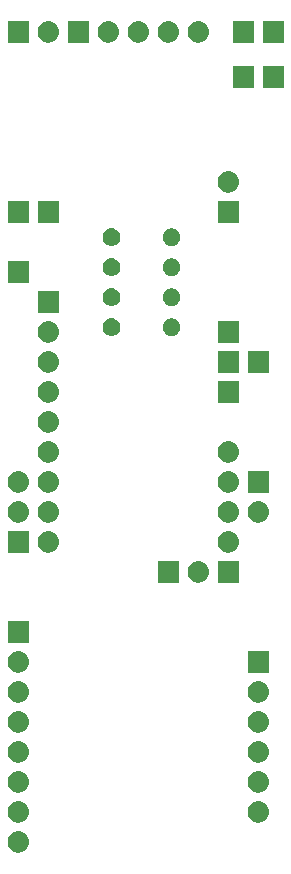
<source format=gbr>
G04 #@! TF.GenerationSoftware,KiCad,Pcbnew,(5.0.2)-1*
G04 #@! TF.CreationDate,2020-07-01T14:38:25-04:00*
G04 #@! TF.ProjectId,PCB2,50434232-2e6b-4696-9361-645f70636258,rev?*
G04 #@! TF.SameCoordinates,Original*
G04 #@! TF.FileFunction,Soldermask,Top*
G04 #@! TF.FilePolarity,Negative*
%FSLAX46Y46*%
G04 Gerber Fmt 4.6, Leading zero omitted, Abs format (unit mm)*
G04 Created by KiCad (PCBNEW (5.0.2)-1) date 7/1/2020 2:38:25 PM*
%MOMM*%
%LPD*%
G01*
G04 APERTURE LIST*
%ADD10C,0.100000*%
G04 APERTURE END LIST*
D10*
G36*
X116950442Y-138805518D02*
X117016627Y-138812037D01*
X117129853Y-138846384D01*
X117186467Y-138863557D01*
X117325087Y-138937652D01*
X117342991Y-138947222D01*
X117378729Y-138976552D01*
X117480186Y-139059814D01*
X117563448Y-139161271D01*
X117592778Y-139197009D01*
X117592779Y-139197011D01*
X117676443Y-139353533D01*
X117676443Y-139353534D01*
X117727963Y-139523373D01*
X117745359Y-139700000D01*
X117727963Y-139876627D01*
X117693616Y-139989853D01*
X117676443Y-140046467D01*
X117602348Y-140185087D01*
X117592778Y-140202991D01*
X117563448Y-140238729D01*
X117480186Y-140340186D01*
X117378729Y-140423448D01*
X117342991Y-140452778D01*
X117342989Y-140452779D01*
X117186467Y-140536443D01*
X117129853Y-140553616D01*
X117016627Y-140587963D01*
X116950442Y-140594482D01*
X116884260Y-140601000D01*
X116795740Y-140601000D01*
X116729558Y-140594482D01*
X116663373Y-140587963D01*
X116550147Y-140553616D01*
X116493533Y-140536443D01*
X116337011Y-140452779D01*
X116337009Y-140452778D01*
X116301271Y-140423448D01*
X116199814Y-140340186D01*
X116116552Y-140238729D01*
X116087222Y-140202991D01*
X116077652Y-140185087D01*
X116003557Y-140046467D01*
X115986384Y-139989853D01*
X115952037Y-139876627D01*
X115934641Y-139700000D01*
X115952037Y-139523373D01*
X116003557Y-139353534D01*
X116003557Y-139353533D01*
X116087221Y-139197011D01*
X116087222Y-139197009D01*
X116116552Y-139161271D01*
X116199814Y-139059814D01*
X116301271Y-138976552D01*
X116337009Y-138947222D01*
X116354913Y-138937652D01*
X116493533Y-138863557D01*
X116550147Y-138846384D01*
X116663373Y-138812037D01*
X116729558Y-138805518D01*
X116795740Y-138799000D01*
X116884260Y-138799000D01*
X116950442Y-138805518D01*
X116950442Y-138805518D01*
G37*
G36*
X137270443Y-136265519D02*
X137336627Y-136272037D01*
X137449853Y-136306384D01*
X137506467Y-136323557D01*
X137645087Y-136397652D01*
X137662991Y-136407222D01*
X137698729Y-136436552D01*
X137800186Y-136519814D01*
X137883448Y-136621271D01*
X137912778Y-136657009D01*
X137912779Y-136657011D01*
X137996443Y-136813533D01*
X137996443Y-136813534D01*
X138047963Y-136983373D01*
X138065359Y-137160000D01*
X138047963Y-137336627D01*
X138013616Y-137449853D01*
X137996443Y-137506467D01*
X137922348Y-137645087D01*
X137912778Y-137662991D01*
X137883448Y-137698729D01*
X137800186Y-137800186D01*
X137698729Y-137883448D01*
X137662991Y-137912778D01*
X137662989Y-137912779D01*
X137506467Y-137996443D01*
X137449853Y-138013616D01*
X137336627Y-138047963D01*
X137270442Y-138054482D01*
X137204260Y-138061000D01*
X137115740Y-138061000D01*
X137049558Y-138054482D01*
X136983373Y-138047963D01*
X136870147Y-138013616D01*
X136813533Y-137996443D01*
X136657011Y-137912779D01*
X136657009Y-137912778D01*
X136621271Y-137883448D01*
X136519814Y-137800186D01*
X136436552Y-137698729D01*
X136407222Y-137662991D01*
X136397652Y-137645087D01*
X136323557Y-137506467D01*
X136306384Y-137449853D01*
X136272037Y-137336627D01*
X136254641Y-137160000D01*
X136272037Y-136983373D01*
X136323557Y-136813534D01*
X136323557Y-136813533D01*
X136407221Y-136657011D01*
X136407222Y-136657009D01*
X136436552Y-136621271D01*
X136519814Y-136519814D01*
X136621271Y-136436552D01*
X136657009Y-136407222D01*
X136674913Y-136397652D01*
X136813533Y-136323557D01*
X136870147Y-136306384D01*
X136983373Y-136272037D01*
X137049557Y-136265519D01*
X137115740Y-136259000D01*
X137204260Y-136259000D01*
X137270443Y-136265519D01*
X137270443Y-136265519D01*
G37*
G36*
X116950443Y-136265519D02*
X117016627Y-136272037D01*
X117129853Y-136306384D01*
X117186467Y-136323557D01*
X117325087Y-136397652D01*
X117342991Y-136407222D01*
X117378729Y-136436552D01*
X117480186Y-136519814D01*
X117563448Y-136621271D01*
X117592778Y-136657009D01*
X117592779Y-136657011D01*
X117676443Y-136813533D01*
X117676443Y-136813534D01*
X117727963Y-136983373D01*
X117745359Y-137160000D01*
X117727963Y-137336627D01*
X117693616Y-137449853D01*
X117676443Y-137506467D01*
X117602348Y-137645087D01*
X117592778Y-137662991D01*
X117563448Y-137698729D01*
X117480186Y-137800186D01*
X117378729Y-137883448D01*
X117342991Y-137912778D01*
X117342989Y-137912779D01*
X117186467Y-137996443D01*
X117129853Y-138013616D01*
X117016627Y-138047963D01*
X116950442Y-138054482D01*
X116884260Y-138061000D01*
X116795740Y-138061000D01*
X116729558Y-138054482D01*
X116663373Y-138047963D01*
X116550147Y-138013616D01*
X116493533Y-137996443D01*
X116337011Y-137912779D01*
X116337009Y-137912778D01*
X116301271Y-137883448D01*
X116199814Y-137800186D01*
X116116552Y-137698729D01*
X116087222Y-137662991D01*
X116077652Y-137645087D01*
X116003557Y-137506467D01*
X115986384Y-137449853D01*
X115952037Y-137336627D01*
X115934641Y-137160000D01*
X115952037Y-136983373D01*
X116003557Y-136813534D01*
X116003557Y-136813533D01*
X116087221Y-136657011D01*
X116087222Y-136657009D01*
X116116552Y-136621271D01*
X116199814Y-136519814D01*
X116301271Y-136436552D01*
X116337009Y-136407222D01*
X116354913Y-136397652D01*
X116493533Y-136323557D01*
X116550147Y-136306384D01*
X116663373Y-136272037D01*
X116729557Y-136265519D01*
X116795740Y-136259000D01*
X116884260Y-136259000D01*
X116950443Y-136265519D01*
X116950443Y-136265519D01*
G37*
G36*
X137270443Y-133725519D02*
X137336627Y-133732037D01*
X137449853Y-133766384D01*
X137506467Y-133783557D01*
X137645087Y-133857652D01*
X137662991Y-133867222D01*
X137698729Y-133896552D01*
X137800186Y-133979814D01*
X137883448Y-134081271D01*
X137912778Y-134117009D01*
X137912779Y-134117011D01*
X137996443Y-134273533D01*
X137996443Y-134273534D01*
X138047963Y-134443373D01*
X138065359Y-134620000D01*
X138047963Y-134796627D01*
X138013616Y-134909853D01*
X137996443Y-134966467D01*
X137922348Y-135105087D01*
X137912778Y-135122991D01*
X137883448Y-135158729D01*
X137800186Y-135260186D01*
X137698729Y-135343448D01*
X137662991Y-135372778D01*
X137662989Y-135372779D01*
X137506467Y-135456443D01*
X137449853Y-135473616D01*
X137336627Y-135507963D01*
X137270443Y-135514481D01*
X137204260Y-135521000D01*
X137115740Y-135521000D01*
X137049557Y-135514481D01*
X136983373Y-135507963D01*
X136870147Y-135473616D01*
X136813533Y-135456443D01*
X136657011Y-135372779D01*
X136657009Y-135372778D01*
X136621271Y-135343448D01*
X136519814Y-135260186D01*
X136436552Y-135158729D01*
X136407222Y-135122991D01*
X136397652Y-135105087D01*
X136323557Y-134966467D01*
X136306384Y-134909853D01*
X136272037Y-134796627D01*
X136254641Y-134620000D01*
X136272037Y-134443373D01*
X136323557Y-134273534D01*
X136323557Y-134273533D01*
X136407221Y-134117011D01*
X136407222Y-134117009D01*
X136436552Y-134081271D01*
X136519814Y-133979814D01*
X136621271Y-133896552D01*
X136657009Y-133867222D01*
X136674913Y-133857652D01*
X136813533Y-133783557D01*
X136870147Y-133766384D01*
X136983373Y-133732037D01*
X137049557Y-133725519D01*
X137115740Y-133719000D01*
X137204260Y-133719000D01*
X137270443Y-133725519D01*
X137270443Y-133725519D01*
G37*
G36*
X116950443Y-133725519D02*
X117016627Y-133732037D01*
X117129853Y-133766384D01*
X117186467Y-133783557D01*
X117325087Y-133857652D01*
X117342991Y-133867222D01*
X117378729Y-133896552D01*
X117480186Y-133979814D01*
X117563448Y-134081271D01*
X117592778Y-134117009D01*
X117592779Y-134117011D01*
X117676443Y-134273533D01*
X117676443Y-134273534D01*
X117727963Y-134443373D01*
X117745359Y-134620000D01*
X117727963Y-134796627D01*
X117693616Y-134909853D01*
X117676443Y-134966467D01*
X117602348Y-135105087D01*
X117592778Y-135122991D01*
X117563448Y-135158729D01*
X117480186Y-135260186D01*
X117378729Y-135343448D01*
X117342991Y-135372778D01*
X117342989Y-135372779D01*
X117186467Y-135456443D01*
X117129853Y-135473616D01*
X117016627Y-135507963D01*
X116950443Y-135514481D01*
X116884260Y-135521000D01*
X116795740Y-135521000D01*
X116729557Y-135514481D01*
X116663373Y-135507963D01*
X116550147Y-135473616D01*
X116493533Y-135456443D01*
X116337011Y-135372779D01*
X116337009Y-135372778D01*
X116301271Y-135343448D01*
X116199814Y-135260186D01*
X116116552Y-135158729D01*
X116087222Y-135122991D01*
X116077652Y-135105087D01*
X116003557Y-134966467D01*
X115986384Y-134909853D01*
X115952037Y-134796627D01*
X115934641Y-134620000D01*
X115952037Y-134443373D01*
X116003557Y-134273534D01*
X116003557Y-134273533D01*
X116087221Y-134117011D01*
X116087222Y-134117009D01*
X116116552Y-134081271D01*
X116199814Y-133979814D01*
X116301271Y-133896552D01*
X116337009Y-133867222D01*
X116354913Y-133857652D01*
X116493533Y-133783557D01*
X116550147Y-133766384D01*
X116663373Y-133732037D01*
X116729557Y-133725519D01*
X116795740Y-133719000D01*
X116884260Y-133719000D01*
X116950443Y-133725519D01*
X116950443Y-133725519D01*
G37*
G36*
X116950442Y-131185518D02*
X117016627Y-131192037D01*
X117129853Y-131226384D01*
X117186467Y-131243557D01*
X117325087Y-131317652D01*
X117342991Y-131327222D01*
X117378729Y-131356552D01*
X117480186Y-131439814D01*
X117563448Y-131541271D01*
X117592778Y-131577009D01*
X117592779Y-131577011D01*
X117676443Y-131733533D01*
X117676443Y-131733534D01*
X117727963Y-131903373D01*
X117745359Y-132080000D01*
X117727963Y-132256627D01*
X117693616Y-132369853D01*
X117676443Y-132426467D01*
X117602348Y-132565087D01*
X117592778Y-132582991D01*
X117563448Y-132618729D01*
X117480186Y-132720186D01*
X117378729Y-132803448D01*
X117342991Y-132832778D01*
X117342989Y-132832779D01*
X117186467Y-132916443D01*
X117129853Y-132933616D01*
X117016627Y-132967963D01*
X116950443Y-132974481D01*
X116884260Y-132981000D01*
X116795740Y-132981000D01*
X116729557Y-132974481D01*
X116663373Y-132967963D01*
X116550147Y-132933616D01*
X116493533Y-132916443D01*
X116337011Y-132832779D01*
X116337009Y-132832778D01*
X116301271Y-132803448D01*
X116199814Y-132720186D01*
X116116552Y-132618729D01*
X116087222Y-132582991D01*
X116077652Y-132565087D01*
X116003557Y-132426467D01*
X115986384Y-132369853D01*
X115952037Y-132256627D01*
X115934641Y-132080000D01*
X115952037Y-131903373D01*
X116003557Y-131733534D01*
X116003557Y-131733533D01*
X116087221Y-131577011D01*
X116087222Y-131577009D01*
X116116552Y-131541271D01*
X116199814Y-131439814D01*
X116301271Y-131356552D01*
X116337009Y-131327222D01*
X116354913Y-131317652D01*
X116493533Y-131243557D01*
X116550147Y-131226384D01*
X116663373Y-131192037D01*
X116729558Y-131185518D01*
X116795740Y-131179000D01*
X116884260Y-131179000D01*
X116950442Y-131185518D01*
X116950442Y-131185518D01*
G37*
G36*
X137270442Y-131185518D02*
X137336627Y-131192037D01*
X137449853Y-131226384D01*
X137506467Y-131243557D01*
X137645087Y-131317652D01*
X137662991Y-131327222D01*
X137698729Y-131356552D01*
X137800186Y-131439814D01*
X137883448Y-131541271D01*
X137912778Y-131577009D01*
X137912779Y-131577011D01*
X137996443Y-131733533D01*
X137996443Y-131733534D01*
X138047963Y-131903373D01*
X138065359Y-132080000D01*
X138047963Y-132256627D01*
X138013616Y-132369853D01*
X137996443Y-132426467D01*
X137922348Y-132565087D01*
X137912778Y-132582991D01*
X137883448Y-132618729D01*
X137800186Y-132720186D01*
X137698729Y-132803448D01*
X137662991Y-132832778D01*
X137662989Y-132832779D01*
X137506467Y-132916443D01*
X137449853Y-132933616D01*
X137336627Y-132967963D01*
X137270443Y-132974481D01*
X137204260Y-132981000D01*
X137115740Y-132981000D01*
X137049557Y-132974481D01*
X136983373Y-132967963D01*
X136870147Y-132933616D01*
X136813533Y-132916443D01*
X136657011Y-132832779D01*
X136657009Y-132832778D01*
X136621271Y-132803448D01*
X136519814Y-132720186D01*
X136436552Y-132618729D01*
X136407222Y-132582991D01*
X136397652Y-132565087D01*
X136323557Y-132426467D01*
X136306384Y-132369853D01*
X136272037Y-132256627D01*
X136254641Y-132080000D01*
X136272037Y-131903373D01*
X136323557Y-131733534D01*
X136323557Y-131733533D01*
X136407221Y-131577011D01*
X136407222Y-131577009D01*
X136436552Y-131541271D01*
X136519814Y-131439814D01*
X136621271Y-131356552D01*
X136657009Y-131327222D01*
X136674913Y-131317652D01*
X136813533Y-131243557D01*
X136870147Y-131226384D01*
X136983373Y-131192037D01*
X137049558Y-131185518D01*
X137115740Y-131179000D01*
X137204260Y-131179000D01*
X137270442Y-131185518D01*
X137270442Y-131185518D01*
G37*
G36*
X137270443Y-128645519D02*
X137336627Y-128652037D01*
X137449853Y-128686384D01*
X137506467Y-128703557D01*
X137645087Y-128777652D01*
X137662991Y-128787222D01*
X137698729Y-128816552D01*
X137800186Y-128899814D01*
X137883448Y-129001271D01*
X137912778Y-129037009D01*
X137912779Y-129037011D01*
X137996443Y-129193533D01*
X137996443Y-129193534D01*
X138047963Y-129363373D01*
X138065359Y-129540000D01*
X138047963Y-129716627D01*
X138013616Y-129829853D01*
X137996443Y-129886467D01*
X137922348Y-130025087D01*
X137912778Y-130042991D01*
X137883448Y-130078729D01*
X137800186Y-130180186D01*
X137698729Y-130263448D01*
X137662991Y-130292778D01*
X137662989Y-130292779D01*
X137506467Y-130376443D01*
X137449853Y-130393616D01*
X137336627Y-130427963D01*
X137270443Y-130434481D01*
X137204260Y-130441000D01*
X137115740Y-130441000D01*
X137049557Y-130434481D01*
X136983373Y-130427963D01*
X136870147Y-130393616D01*
X136813533Y-130376443D01*
X136657011Y-130292779D01*
X136657009Y-130292778D01*
X136621271Y-130263448D01*
X136519814Y-130180186D01*
X136436552Y-130078729D01*
X136407222Y-130042991D01*
X136397652Y-130025087D01*
X136323557Y-129886467D01*
X136306384Y-129829853D01*
X136272037Y-129716627D01*
X136254641Y-129540000D01*
X136272037Y-129363373D01*
X136323557Y-129193534D01*
X136323557Y-129193533D01*
X136407221Y-129037011D01*
X136407222Y-129037009D01*
X136436552Y-129001271D01*
X136519814Y-128899814D01*
X136621271Y-128816552D01*
X136657009Y-128787222D01*
X136674913Y-128777652D01*
X136813533Y-128703557D01*
X136870147Y-128686384D01*
X136983373Y-128652037D01*
X137049557Y-128645519D01*
X137115740Y-128639000D01*
X137204260Y-128639000D01*
X137270443Y-128645519D01*
X137270443Y-128645519D01*
G37*
G36*
X116950443Y-128645519D02*
X117016627Y-128652037D01*
X117129853Y-128686384D01*
X117186467Y-128703557D01*
X117325087Y-128777652D01*
X117342991Y-128787222D01*
X117378729Y-128816552D01*
X117480186Y-128899814D01*
X117563448Y-129001271D01*
X117592778Y-129037009D01*
X117592779Y-129037011D01*
X117676443Y-129193533D01*
X117676443Y-129193534D01*
X117727963Y-129363373D01*
X117745359Y-129540000D01*
X117727963Y-129716627D01*
X117693616Y-129829853D01*
X117676443Y-129886467D01*
X117602348Y-130025087D01*
X117592778Y-130042991D01*
X117563448Y-130078729D01*
X117480186Y-130180186D01*
X117378729Y-130263448D01*
X117342991Y-130292778D01*
X117342989Y-130292779D01*
X117186467Y-130376443D01*
X117129853Y-130393616D01*
X117016627Y-130427963D01*
X116950443Y-130434481D01*
X116884260Y-130441000D01*
X116795740Y-130441000D01*
X116729557Y-130434481D01*
X116663373Y-130427963D01*
X116550147Y-130393616D01*
X116493533Y-130376443D01*
X116337011Y-130292779D01*
X116337009Y-130292778D01*
X116301271Y-130263448D01*
X116199814Y-130180186D01*
X116116552Y-130078729D01*
X116087222Y-130042991D01*
X116077652Y-130025087D01*
X116003557Y-129886467D01*
X115986384Y-129829853D01*
X115952037Y-129716627D01*
X115934641Y-129540000D01*
X115952037Y-129363373D01*
X116003557Y-129193534D01*
X116003557Y-129193533D01*
X116087221Y-129037011D01*
X116087222Y-129037009D01*
X116116552Y-129001271D01*
X116199814Y-128899814D01*
X116301271Y-128816552D01*
X116337009Y-128787222D01*
X116354913Y-128777652D01*
X116493533Y-128703557D01*
X116550147Y-128686384D01*
X116663373Y-128652037D01*
X116729557Y-128645519D01*
X116795740Y-128639000D01*
X116884260Y-128639000D01*
X116950443Y-128645519D01*
X116950443Y-128645519D01*
G37*
G36*
X116950443Y-126105519D02*
X117016627Y-126112037D01*
X117129853Y-126146384D01*
X117186467Y-126163557D01*
X117325087Y-126237652D01*
X117342991Y-126247222D01*
X117378729Y-126276552D01*
X117480186Y-126359814D01*
X117563448Y-126461271D01*
X117592778Y-126497009D01*
X117592779Y-126497011D01*
X117676443Y-126653533D01*
X117676443Y-126653534D01*
X117727963Y-126823373D01*
X117745359Y-127000000D01*
X117727963Y-127176627D01*
X117693616Y-127289853D01*
X117676443Y-127346467D01*
X117602348Y-127485087D01*
X117592778Y-127502991D01*
X117563448Y-127538729D01*
X117480186Y-127640186D01*
X117378729Y-127723448D01*
X117342991Y-127752778D01*
X117342989Y-127752779D01*
X117186467Y-127836443D01*
X117129853Y-127853616D01*
X117016627Y-127887963D01*
X116950442Y-127894482D01*
X116884260Y-127901000D01*
X116795740Y-127901000D01*
X116729558Y-127894482D01*
X116663373Y-127887963D01*
X116550147Y-127853616D01*
X116493533Y-127836443D01*
X116337011Y-127752779D01*
X116337009Y-127752778D01*
X116301271Y-127723448D01*
X116199814Y-127640186D01*
X116116552Y-127538729D01*
X116087222Y-127502991D01*
X116077652Y-127485087D01*
X116003557Y-127346467D01*
X115986384Y-127289853D01*
X115952037Y-127176627D01*
X115934641Y-127000000D01*
X115952037Y-126823373D01*
X116003557Y-126653534D01*
X116003557Y-126653533D01*
X116087221Y-126497011D01*
X116087222Y-126497009D01*
X116116552Y-126461271D01*
X116199814Y-126359814D01*
X116301271Y-126276552D01*
X116337009Y-126247222D01*
X116354913Y-126237652D01*
X116493533Y-126163557D01*
X116550147Y-126146384D01*
X116663373Y-126112037D01*
X116729557Y-126105519D01*
X116795740Y-126099000D01*
X116884260Y-126099000D01*
X116950443Y-126105519D01*
X116950443Y-126105519D01*
G37*
G36*
X137270443Y-126105519D02*
X137336627Y-126112037D01*
X137449853Y-126146384D01*
X137506467Y-126163557D01*
X137645087Y-126237652D01*
X137662991Y-126247222D01*
X137698729Y-126276552D01*
X137800186Y-126359814D01*
X137883448Y-126461271D01*
X137912778Y-126497009D01*
X137912779Y-126497011D01*
X137996443Y-126653533D01*
X137996443Y-126653534D01*
X138047963Y-126823373D01*
X138065359Y-127000000D01*
X138047963Y-127176627D01*
X138013616Y-127289853D01*
X137996443Y-127346467D01*
X137922348Y-127485087D01*
X137912778Y-127502991D01*
X137883448Y-127538729D01*
X137800186Y-127640186D01*
X137698729Y-127723448D01*
X137662991Y-127752778D01*
X137662989Y-127752779D01*
X137506467Y-127836443D01*
X137449853Y-127853616D01*
X137336627Y-127887963D01*
X137270442Y-127894482D01*
X137204260Y-127901000D01*
X137115740Y-127901000D01*
X137049558Y-127894482D01*
X136983373Y-127887963D01*
X136870147Y-127853616D01*
X136813533Y-127836443D01*
X136657011Y-127752779D01*
X136657009Y-127752778D01*
X136621271Y-127723448D01*
X136519814Y-127640186D01*
X136436552Y-127538729D01*
X136407222Y-127502991D01*
X136397652Y-127485087D01*
X136323557Y-127346467D01*
X136306384Y-127289853D01*
X136272037Y-127176627D01*
X136254641Y-127000000D01*
X136272037Y-126823373D01*
X136323557Y-126653534D01*
X136323557Y-126653533D01*
X136407221Y-126497011D01*
X136407222Y-126497009D01*
X136436552Y-126461271D01*
X136519814Y-126359814D01*
X136621271Y-126276552D01*
X136657009Y-126247222D01*
X136674913Y-126237652D01*
X136813533Y-126163557D01*
X136870147Y-126146384D01*
X136983373Y-126112037D01*
X137049557Y-126105519D01*
X137115740Y-126099000D01*
X137204260Y-126099000D01*
X137270443Y-126105519D01*
X137270443Y-126105519D01*
G37*
G36*
X138061000Y-125361000D02*
X136259000Y-125361000D01*
X136259000Y-123559000D01*
X138061000Y-123559000D01*
X138061000Y-125361000D01*
X138061000Y-125361000D01*
G37*
G36*
X116950442Y-123565518D02*
X117016627Y-123572037D01*
X117129853Y-123606384D01*
X117186467Y-123623557D01*
X117325087Y-123697652D01*
X117342991Y-123707222D01*
X117378729Y-123736552D01*
X117480186Y-123819814D01*
X117563448Y-123921271D01*
X117592778Y-123957009D01*
X117592779Y-123957011D01*
X117676443Y-124113533D01*
X117676443Y-124113534D01*
X117727963Y-124283373D01*
X117745359Y-124460000D01*
X117727963Y-124636627D01*
X117693616Y-124749853D01*
X117676443Y-124806467D01*
X117602348Y-124945087D01*
X117592778Y-124962991D01*
X117563448Y-124998729D01*
X117480186Y-125100186D01*
X117378729Y-125183448D01*
X117342991Y-125212778D01*
X117342989Y-125212779D01*
X117186467Y-125296443D01*
X117129853Y-125313616D01*
X117016627Y-125347963D01*
X116950442Y-125354482D01*
X116884260Y-125361000D01*
X116795740Y-125361000D01*
X116729558Y-125354482D01*
X116663373Y-125347963D01*
X116550147Y-125313616D01*
X116493533Y-125296443D01*
X116337011Y-125212779D01*
X116337009Y-125212778D01*
X116301271Y-125183448D01*
X116199814Y-125100186D01*
X116116552Y-124998729D01*
X116087222Y-124962991D01*
X116077652Y-124945087D01*
X116003557Y-124806467D01*
X115986384Y-124749853D01*
X115952037Y-124636627D01*
X115934641Y-124460000D01*
X115952037Y-124283373D01*
X116003557Y-124113534D01*
X116003557Y-124113533D01*
X116087221Y-123957011D01*
X116087222Y-123957009D01*
X116116552Y-123921271D01*
X116199814Y-123819814D01*
X116301271Y-123736552D01*
X116337009Y-123707222D01*
X116354913Y-123697652D01*
X116493533Y-123623557D01*
X116550147Y-123606384D01*
X116663373Y-123572037D01*
X116729558Y-123565518D01*
X116795740Y-123559000D01*
X116884260Y-123559000D01*
X116950442Y-123565518D01*
X116950442Y-123565518D01*
G37*
G36*
X117741000Y-122821000D02*
X115939000Y-122821000D01*
X115939000Y-121019000D01*
X117741000Y-121019000D01*
X117741000Y-122821000D01*
X117741000Y-122821000D01*
G37*
G36*
X132190442Y-115945518D02*
X132256627Y-115952037D01*
X132369853Y-115986384D01*
X132426467Y-116003557D01*
X132565087Y-116077652D01*
X132582991Y-116087222D01*
X132618729Y-116116552D01*
X132720186Y-116199814D01*
X132803448Y-116301271D01*
X132832778Y-116337009D01*
X132832779Y-116337011D01*
X132916443Y-116493533D01*
X132916443Y-116493534D01*
X132967963Y-116663373D01*
X132985359Y-116840000D01*
X132967963Y-117016627D01*
X132933616Y-117129853D01*
X132916443Y-117186467D01*
X132842348Y-117325087D01*
X132832778Y-117342991D01*
X132803448Y-117378729D01*
X132720186Y-117480186D01*
X132618729Y-117563448D01*
X132582991Y-117592778D01*
X132582989Y-117592779D01*
X132426467Y-117676443D01*
X132369853Y-117693616D01*
X132256627Y-117727963D01*
X132190442Y-117734482D01*
X132124260Y-117741000D01*
X132035740Y-117741000D01*
X131969558Y-117734482D01*
X131903373Y-117727963D01*
X131790147Y-117693616D01*
X131733533Y-117676443D01*
X131577011Y-117592779D01*
X131577009Y-117592778D01*
X131541271Y-117563448D01*
X131439814Y-117480186D01*
X131356552Y-117378729D01*
X131327222Y-117342991D01*
X131317652Y-117325087D01*
X131243557Y-117186467D01*
X131226384Y-117129853D01*
X131192037Y-117016627D01*
X131174641Y-116840000D01*
X131192037Y-116663373D01*
X131243557Y-116493534D01*
X131243557Y-116493533D01*
X131327221Y-116337011D01*
X131327222Y-116337009D01*
X131356552Y-116301271D01*
X131439814Y-116199814D01*
X131541271Y-116116552D01*
X131577009Y-116087222D01*
X131594913Y-116077652D01*
X131733533Y-116003557D01*
X131790147Y-115986384D01*
X131903373Y-115952037D01*
X131969558Y-115945518D01*
X132035740Y-115939000D01*
X132124260Y-115939000D01*
X132190442Y-115945518D01*
X132190442Y-115945518D01*
G37*
G36*
X130441000Y-117741000D02*
X128639000Y-117741000D01*
X128639000Y-115939000D01*
X130441000Y-115939000D01*
X130441000Y-117741000D01*
X130441000Y-117741000D01*
G37*
G36*
X135521000Y-117741000D02*
X133719000Y-117741000D01*
X133719000Y-115939000D01*
X135521000Y-115939000D01*
X135521000Y-117741000D01*
X135521000Y-117741000D01*
G37*
G36*
X134730443Y-113405519D02*
X134796627Y-113412037D01*
X134909853Y-113446384D01*
X134966467Y-113463557D01*
X135105087Y-113537652D01*
X135122991Y-113547222D01*
X135158729Y-113576552D01*
X135260186Y-113659814D01*
X135343448Y-113761271D01*
X135372778Y-113797009D01*
X135372779Y-113797011D01*
X135456443Y-113953533D01*
X135456443Y-113953534D01*
X135507963Y-114123373D01*
X135525359Y-114300000D01*
X135507963Y-114476627D01*
X135473616Y-114589853D01*
X135456443Y-114646467D01*
X135382348Y-114785087D01*
X135372778Y-114802991D01*
X135343448Y-114838729D01*
X135260186Y-114940186D01*
X135158729Y-115023448D01*
X135122991Y-115052778D01*
X135122989Y-115052779D01*
X134966467Y-115136443D01*
X134909853Y-115153616D01*
X134796627Y-115187963D01*
X134730442Y-115194482D01*
X134664260Y-115201000D01*
X134575740Y-115201000D01*
X134509558Y-115194482D01*
X134443373Y-115187963D01*
X134330147Y-115153616D01*
X134273533Y-115136443D01*
X134117011Y-115052779D01*
X134117009Y-115052778D01*
X134081271Y-115023448D01*
X133979814Y-114940186D01*
X133896552Y-114838729D01*
X133867222Y-114802991D01*
X133857652Y-114785087D01*
X133783557Y-114646467D01*
X133766384Y-114589853D01*
X133732037Y-114476627D01*
X133714641Y-114300000D01*
X133732037Y-114123373D01*
X133783557Y-113953534D01*
X133783557Y-113953533D01*
X133867221Y-113797011D01*
X133867222Y-113797009D01*
X133896552Y-113761271D01*
X133979814Y-113659814D01*
X134081271Y-113576552D01*
X134117009Y-113547222D01*
X134134913Y-113537652D01*
X134273533Y-113463557D01*
X134330147Y-113446384D01*
X134443373Y-113412037D01*
X134509557Y-113405519D01*
X134575740Y-113399000D01*
X134664260Y-113399000D01*
X134730443Y-113405519D01*
X134730443Y-113405519D01*
G37*
G36*
X117741000Y-115201000D02*
X115939000Y-115201000D01*
X115939000Y-113399000D01*
X117741000Y-113399000D01*
X117741000Y-115201000D01*
X117741000Y-115201000D01*
G37*
G36*
X119490443Y-113405519D02*
X119556627Y-113412037D01*
X119669853Y-113446384D01*
X119726467Y-113463557D01*
X119865087Y-113537652D01*
X119882991Y-113547222D01*
X119918729Y-113576552D01*
X120020186Y-113659814D01*
X120103448Y-113761271D01*
X120132778Y-113797009D01*
X120132779Y-113797011D01*
X120216443Y-113953533D01*
X120216443Y-113953534D01*
X120267963Y-114123373D01*
X120285359Y-114300000D01*
X120267963Y-114476627D01*
X120233616Y-114589853D01*
X120216443Y-114646467D01*
X120142348Y-114785087D01*
X120132778Y-114802991D01*
X120103448Y-114838729D01*
X120020186Y-114940186D01*
X119918729Y-115023448D01*
X119882991Y-115052778D01*
X119882989Y-115052779D01*
X119726467Y-115136443D01*
X119669853Y-115153616D01*
X119556627Y-115187963D01*
X119490442Y-115194482D01*
X119424260Y-115201000D01*
X119335740Y-115201000D01*
X119269558Y-115194482D01*
X119203373Y-115187963D01*
X119090147Y-115153616D01*
X119033533Y-115136443D01*
X118877011Y-115052779D01*
X118877009Y-115052778D01*
X118841271Y-115023448D01*
X118739814Y-114940186D01*
X118656552Y-114838729D01*
X118627222Y-114802991D01*
X118617652Y-114785087D01*
X118543557Y-114646467D01*
X118526384Y-114589853D01*
X118492037Y-114476627D01*
X118474641Y-114300000D01*
X118492037Y-114123373D01*
X118543557Y-113953534D01*
X118543557Y-113953533D01*
X118627221Y-113797011D01*
X118627222Y-113797009D01*
X118656552Y-113761271D01*
X118739814Y-113659814D01*
X118841271Y-113576552D01*
X118877009Y-113547222D01*
X118894913Y-113537652D01*
X119033533Y-113463557D01*
X119090147Y-113446384D01*
X119203373Y-113412037D01*
X119269557Y-113405519D01*
X119335740Y-113399000D01*
X119424260Y-113399000D01*
X119490443Y-113405519D01*
X119490443Y-113405519D01*
G37*
G36*
X116950442Y-110865518D02*
X117016627Y-110872037D01*
X117129853Y-110906384D01*
X117186467Y-110923557D01*
X117325087Y-110997652D01*
X117342991Y-111007222D01*
X117378729Y-111036552D01*
X117480186Y-111119814D01*
X117563448Y-111221271D01*
X117592778Y-111257009D01*
X117592779Y-111257011D01*
X117676443Y-111413533D01*
X117676443Y-111413534D01*
X117727963Y-111583373D01*
X117745359Y-111760000D01*
X117727963Y-111936627D01*
X117693616Y-112049853D01*
X117676443Y-112106467D01*
X117602348Y-112245087D01*
X117592778Y-112262991D01*
X117563448Y-112298729D01*
X117480186Y-112400186D01*
X117378729Y-112483448D01*
X117342991Y-112512778D01*
X117342989Y-112512779D01*
X117186467Y-112596443D01*
X117129853Y-112613616D01*
X117016627Y-112647963D01*
X116950442Y-112654482D01*
X116884260Y-112661000D01*
X116795740Y-112661000D01*
X116729558Y-112654482D01*
X116663373Y-112647963D01*
X116550147Y-112613616D01*
X116493533Y-112596443D01*
X116337011Y-112512779D01*
X116337009Y-112512778D01*
X116301271Y-112483448D01*
X116199814Y-112400186D01*
X116116552Y-112298729D01*
X116087222Y-112262991D01*
X116077652Y-112245087D01*
X116003557Y-112106467D01*
X115986384Y-112049853D01*
X115952037Y-111936627D01*
X115934641Y-111760000D01*
X115952037Y-111583373D01*
X116003557Y-111413534D01*
X116003557Y-111413533D01*
X116087221Y-111257011D01*
X116087222Y-111257009D01*
X116116552Y-111221271D01*
X116199814Y-111119814D01*
X116301271Y-111036552D01*
X116337009Y-111007222D01*
X116354913Y-110997652D01*
X116493533Y-110923557D01*
X116550147Y-110906384D01*
X116663373Y-110872037D01*
X116729558Y-110865518D01*
X116795740Y-110859000D01*
X116884260Y-110859000D01*
X116950442Y-110865518D01*
X116950442Y-110865518D01*
G37*
G36*
X119490442Y-110865518D02*
X119556627Y-110872037D01*
X119669853Y-110906384D01*
X119726467Y-110923557D01*
X119865087Y-110997652D01*
X119882991Y-111007222D01*
X119918729Y-111036552D01*
X120020186Y-111119814D01*
X120103448Y-111221271D01*
X120132778Y-111257009D01*
X120132779Y-111257011D01*
X120216443Y-111413533D01*
X120216443Y-111413534D01*
X120267963Y-111583373D01*
X120285359Y-111760000D01*
X120267963Y-111936627D01*
X120233616Y-112049853D01*
X120216443Y-112106467D01*
X120142348Y-112245087D01*
X120132778Y-112262991D01*
X120103448Y-112298729D01*
X120020186Y-112400186D01*
X119918729Y-112483448D01*
X119882991Y-112512778D01*
X119882989Y-112512779D01*
X119726467Y-112596443D01*
X119669853Y-112613616D01*
X119556627Y-112647963D01*
X119490442Y-112654482D01*
X119424260Y-112661000D01*
X119335740Y-112661000D01*
X119269558Y-112654482D01*
X119203373Y-112647963D01*
X119090147Y-112613616D01*
X119033533Y-112596443D01*
X118877011Y-112512779D01*
X118877009Y-112512778D01*
X118841271Y-112483448D01*
X118739814Y-112400186D01*
X118656552Y-112298729D01*
X118627222Y-112262991D01*
X118617652Y-112245087D01*
X118543557Y-112106467D01*
X118526384Y-112049853D01*
X118492037Y-111936627D01*
X118474641Y-111760000D01*
X118492037Y-111583373D01*
X118543557Y-111413534D01*
X118543557Y-111413533D01*
X118627221Y-111257011D01*
X118627222Y-111257009D01*
X118656552Y-111221271D01*
X118739814Y-111119814D01*
X118841271Y-111036552D01*
X118877009Y-111007222D01*
X118894913Y-110997652D01*
X119033533Y-110923557D01*
X119090147Y-110906384D01*
X119203373Y-110872037D01*
X119269558Y-110865518D01*
X119335740Y-110859000D01*
X119424260Y-110859000D01*
X119490442Y-110865518D01*
X119490442Y-110865518D01*
G37*
G36*
X134730442Y-110865518D02*
X134796627Y-110872037D01*
X134909853Y-110906384D01*
X134966467Y-110923557D01*
X135105087Y-110997652D01*
X135122991Y-111007222D01*
X135158729Y-111036552D01*
X135260186Y-111119814D01*
X135343448Y-111221271D01*
X135372778Y-111257009D01*
X135372779Y-111257011D01*
X135456443Y-111413533D01*
X135456443Y-111413534D01*
X135507963Y-111583373D01*
X135525359Y-111760000D01*
X135507963Y-111936627D01*
X135473616Y-112049853D01*
X135456443Y-112106467D01*
X135382348Y-112245087D01*
X135372778Y-112262991D01*
X135343448Y-112298729D01*
X135260186Y-112400186D01*
X135158729Y-112483448D01*
X135122991Y-112512778D01*
X135122989Y-112512779D01*
X134966467Y-112596443D01*
X134909853Y-112613616D01*
X134796627Y-112647963D01*
X134730442Y-112654482D01*
X134664260Y-112661000D01*
X134575740Y-112661000D01*
X134509558Y-112654482D01*
X134443373Y-112647963D01*
X134330147Y-112613616D01*
X134273533Y-112596443D01*
X134117011Y-112512779D01*
X134117009Y-112512778D01*
X134081271Y-112483448D01*
X133979814Y-112400186D01*
X133896552Y-112298729D01*
X133867222Y-112262991D01*
X133857652Y-112245087D01*
X133783557Y-112106467D01*
X133766384Y-112049853D01*
X133732037Y-111936627D01*
X133714641Y-111760000D01*
X133732037Y-111583373D01*
X133783557Y-111413534D01*
X133783557Y-111413533D01*
X133867221Y-111257011D01*
X133867222Y-111257009D01*
X133896552Y-111221271D01*
X133979814Y-111119814D01*
X134081271Y-111036552D01*
X134117009Y-111007222D01*
X134134913Y-110997652D01*
X134273533Y-110923557D01*
X134330147Y-110906384D01*
X134443373Y-110872037D01*
X134509558Y-110865518D01*
X134575740Y-110859000D01*
X134664260Y-110859000D01*
X134730442Y-110865518D01*
X134730442Y-110865518D01*
G37*
G36*
X137270442Y-110865518D02*
X137336627Y-110872037D01*
X137449853Y-110906384D01*
X137506467Y-110923557D01*
X137645087Y-110997652D01*
X137662991Y-111007222D01*
X137698729Y-111036552D01*
X137800186Y-111119814D01*
X137883448Y-111221271D01*
X137912778Y-111257009D01*
X137912779Y-111257011D01*
X137996443Y-111413533D01*
X137996443Y-111413534D01*
X138047963Y-111583373D01*
X138065359Y-111760000D01*
X138047963Y-111936627D01*
X138013616Y-112049853D01*
X137996443Y-112106467D01*
X137922348Y-112245087D01*
X137912778Y-112262991D01*
X137883448Y-112298729D01*
X137800186Y-112400186D01*
X137698729Y-112483448D01*
X137662991Y-112512778D01*
X137662989Y-112512779D01*
X137506467Y-112596443D01*
X137449853Y-112613616D01*
X137336627Y-112647963D01*
X137270442Y-112654482D01*
X137204260Y-112661000D01*
X137115740Y-112661000D01*
X137049558Y-112654482D01*
X136983373Y-112647963D01*
X136870147Y-112613616D01*
X136813533Y-112596443D01*
X136657011Y-112512779D01*
X136657009Y-112512778D01*
X136621271Y-112483448D01*
X136519814Y-112400186D01*
X136436552Y-112298729D01*
X136407222Y-112262991D01*
X136397652Y-112245087D01*
X136323557Y-112106467D01*
X136306384Y-112049853D01*
X136272037Y-111936627D01*
X136254641Y-111760000D01*
X136272037Y-111583373D01*
X136323557Y-111413534D01*
X136323557Y-111413533D01*
X136407221Y-111257011D01*
X136407222Y-111257009D01*
X136436552Y-111221271D01*
X136519814Y-111119814D01*
X136621271Y-111036552D01*
X136657009Y-111007222D01*
X136674913Y-110997652D01*
X136813533Y-110923557D01*
X136870147Y-110906384D01*
X136983373Y-110872037D01*
X137049558Y-110865518D01*
X137115740Y-110859000D01*
X137204260Y-110859000D01*
X137270442Y-110865518D01*
X137270442Y-110865518D01*
G37*
G36*
X134730443Y-108325519D02*
X134796627Y-108332037D01*
X134909853Y-108366384D01*
X134966467Y-108383557D01*
X135105087Y-108457652D01*
X135122991Y-108467222D01*
X135158729Y-108496552D01*
X135260186Y-108579814D01*
X135343448Y-108681271D01*
X135372778Y-108717009D01*
X135372779Y-108717011D01*
X135456443Y-108873533D01*
X135456443Y-108873534D01*
X135507963Y-109043373D01*
X135525359Y-109220000D01*
X135507963Y-109396627D01*
X135473616Y-109509853D01*
X135456443Y-109566467D01*
X135382348Y-109705087D01*
X135372778Y-109722991D01*
X135343448Y-109758729D01*
X135260186Y-109860186D01*
X135158729Y-109943448D01*
X135122991Y-109972778D01*
X135122989Y-109972779D01*
X134966467Y-110056443D01*
X134909853Y-110073616D01*
X134796627Y-110107963D01*
X134730443Y-110114481D01*
X134664260Y-110121000D01*
X134575740Y-110121000D01*
X134509557Y-110114481D01*
X134443373Y-110107963D01*
X134330147Y-110073616D01*
X134273533Y-110056443D01*
X134117011Y-109972779D01*
X134117009Y-109972778D01*
X134081271Y-109943448D01*
X133979814Y-109860186D01*
X133896552Y-109758729D01*
X133867222Y-109722991D01*
X133857652Y-109705087D01*
X133783557Y-109566467D01*
X133766384Y-109509853D01*
X133732037Y-109396627D01*
X133714641Y-109220000D01*
X133732037Y-109043373D01*
X133783557Y-108873534D01*
X133783557Y-108873533D01*
X133867221Y-108717011D01*
X133867222Y-108717009D01*
X133896552Y-108681271D01*
X133979814Y-108579814D01*
X134081271Y-108496552D01*
X134117009Y-108467222D01*
X134134913Y-108457652D01*
X134273533Y-108383557D01*
X134330147Y-108366384D01*
X134443373Y-108332037D01*
X134509557Y-108325519D01*
X134575740Y-108319000D01*
X134664260Y-108319000D01*
X134730443Y-108325519D01*
X134730443Y-108325519D01*
G37*
G36*
X138061000Y-110121000D02*
X136259000Y-110121000D01*
X136259000Y-108319000D01*
X138061000Y-108319000D01*
X138061000Y-110121000D01*
X138061000Y-110121000D01*
G37*
G36*
X119490443Y-108325519D02*
X119556627Y-108332037D01*
X119669853Y-108366384D01*
X119726467Y-108383557D01*
X119865087Y-108457652D01*
X119882991Y-108467222D01*
X119918729Y-108496552D01*
X120020186Y-108579814D01*
X120103448Y-108681271D01*
X120132778Y-108717009D01*
X120132779Y-108717011D01*
X120216443Y-108873533D01*
X120216443Y-108873534D01*
X120267963Y-109043373D01*
X120285359Y-109220000D01*
X120267963Y-109396627D01*
X120233616Y-109509853D01*
X120216443Y-109566467D01*
X120142348Y-109705087D01*
X120132778Y-109722991D01*
X120103448Y-109758729D01*
X120020186Y-109860186D01*
X119918729Y-109943448D01*
X119882991Y-109972778D01*
X119882989Y-109972779D01*
X119726467Y-110056443D01*
X119669853Y-110073616D01*
X119556627Y-110107963D01*
X119490443Y-110114481D01*
X119424260Y-110121000D01*
X119335740Y-110121000D01*
X119269557Y-110114481D01*
X119203373Y-110107963D01*
X119090147Y-110073616D01*
X119033533Y-110056443D01*
X118877011Y-109972779D01*
X118877009Y-109972778D01*
X118841271Y-109943448D01*
X118739814Y-109860186D01*
X118656552Y-109758729D01*
X118627222Y-109722991D01*
X118617652Y-109705087D01*
X118543557Y-109566467D01*
X118526384Y-109509853D01*
X118492037Y-109396627D01*
X118474641Y-109220000D01*
X118492037Y-109043373D01*
X118543557Y-108873534D01*
X118543557Y-108873533D01*
X118627221Y-108717011D01*
X118627222Y-108717009D01*
X118656552Y-108681271D01*
X118739814Y-108579814D01*
X118841271Y-108496552D01*
X118877009Y-108467222D01*
X118894913Y-108457652D01*
X119033533Y-108383557D01*
X119090147Y-108366384D01*
X119203373Y-108332037D01*
X119269557Y-108325519D01*
X119335740Y-108319000D01*
X119424260Y-108319000D01*
X119490443Y-108325519D01*
X119490443Y-108325519D01*
G37*
G36*
X116950443Y-108325519D02*
X117016627Y-108332037D01*
X117129853Y-108366384D01*
X117186467Y-108383557D01*
X117325087Y-108457652D01*
X117342991Y-108467222D01*
X117378729Y-108496552D01*
X117480186Y-108579814D01*
X117563448Y-108681271D01*
X117592778Y-108717009D01*
X117592779Y-108717011D01*
X117676443Y-108873533D01*
X117676443Y-108873534D01*
X117727963Y-109043373D01*
X117745359Y-109220000D01*
X117727963Y-109396627D01*
X117693616Y-109509853D01*
X117676443Y-109566467D01*
X117602348Y-109705087D01*
X117592778Y-109722991D01*
X117563448Y-109758729D01*
X117480186Y-109860186D01*
X117378729Y-109943448D01*
X117342991Y-109972778D01*
X117342989Y-109972779D01*
X117186467Y-110056443D01*
X117129853Y-110073616D01*
X117016627Y-110107963D01*
X116950443Y-110114481D01*
X116884260Y-110121000D01*
X116795740Y-110121000D01*
X116729557Y-110114481D01*
X116663373Y-110107963D01*
X116550147Y-110073616D01*
X116493533Y-110056443D01*
X116337011Y-109972779D01*
X116337009Y-109972778D01*
X116301271Y-109943448D01*
X116199814Y-109860186D01*
X116116552Y-109758729D01*
X116087222Y-109722991D01*
X116077652Y-109705087D01*
X116003557Y-109566467D01*
X115986384Y-109509853D01*
X115952037Y-109396627D01*
X115934641Y-109220000D01*
X115952037Y-109043373D01*
X116003557Y-108873534D01*
X116003557Y-108873533D01*
X116087221Y-108717011D01*
X116087222Y-108717009D01*
X116116552Y-108681271D01*
X116199814Y-108579814D01*
X116301271Y-108496552D01*
X116337009Y-108467222D01*
X116354913Y-108457652D01*
X116493533Y-108383557D01*
X116550147Y-108366384D01*
X116663373Y-108332037D01*
X116729557Y-108325519D01*
X116795740Y-108319000D01*
X116884260Y-108319000D01*
X116950443Y-108325519D01*
X116950443Y-108325519D01*
G37*
G36*
X134730443Y-105785519D02*
X134796627Y-105792037D01*
X134909853Y-105826384D01*
X134966467Y-105843557D01*
X135105087Y-105917652D01*
X135122991Y-105927222D01*
X135158729Y-105956552D01*
X135260186Y-106039814D01*
X135343448Y-106141271D01*
X135372778Y-106177009D01*
X135372779Y-106177011D01*
X135456443Y-106333533D01*
X135456443Y-106333534D01*
X135507963Y-106503373D01*
X135525359Y-106680000D01*
X135507963Y-106856627D01*
X135473616Y-106969853D01*
X135456443Y-107026467D01*
X135382348Y-107165087D01*
X135372778Y-107182991D01*
X135343448Y-107218729D01*
X135260186Y-107320186D01*
X135158729Y-107403448D01*
X135122991Y-107432778D01*
X135122989Y-107432779D01*
X134966467Y-107516443D01*
X134909853Y-107533616D01*
X134796627Y-107567963D01*
X134730443Y-107574481D01*
X134664260Y-107581000D01*
X134575740Y-107581000D01*
X134509557Y-107574481D01*
X134443373Y-107567963D01*
X134330147Y-107533616D01*
X134273533Y-107516443D01*
X134117011Y-107432779D01*
X134117009Y-107432778D01*
X134081271Y-107403448D01*
X133979814Y-107320186D01*
X133896552Y-107218729D01*
X133867222Y-107182991D01*
X133857652Y-107165087D01*
X133783557Y-107026467D01*
X133766384Y-106969853D01*
X133732037Y-106856627D01*
X133714641Y-106680000D01*
X133732037Y-106503373D01*
X133783557Y-106333534D01*
X133783557Y-106333533D01*
X133867221Y-106177011D01*
X133867222Y-106177009D01*
X133896552Y-106141271D01*
X133979814Y-106039814D01*
X134081271Y-105956552D01*
X134117009Y-105927222D01*
X134134913Y-105917652D01*
X134273533Y-105843557D01*
X134330147Y-105826384D01*
X134443373Y-105792037D01*
X134509557Y-105785519D01*
X134575740Y-105779000D01*
X134664260Y-105779000D01*
X134730443Y-105785519D01*
X134730443Y-105785519D01*
G37*
G36*
X119490443Y-105785519D02*
X119556627Y-105792037D01*
X119669853Y-105826384D01*
X119726467Y-105843557D01*
X119865087Y-105917652D01*
X119882991Y-105927222D01*
X119918729Y-105956552D01*
X120020186Y-106039814D01*
X120103448Y-106141271D01*
X120132778Y-106177009D01*
X120132779Y-106177011D01*
X120216443Y-106333533D01*
X120216443Y-106333534D01*
X120267963Y-106503373D01*
X120285359Y-106680000D01*
X120267963Y-106856627D01*
X120233616Y-106969853D01*
X120216443Y-107026467D01*
X120142348Y-107165087D01*
X120132778Y-107182991D01*
X120103448Y-107218729D01*
X120020186Y-107320186D01*
X119918729Y-107403448D01*
X119882991Y-107432778D01*
X119882989Y-107432779D01*
X119726467Y-107516443D01*
X119669853Y-107533616D01*
X119556627Y-107567963D01*
X119490443Y-107574481D01*
X119424260Y-107581000D01*
X119335740Y-107581000D01*
X119269557Y-107574481D01*
X119203373Y-107567963D01*
X119090147Y-107533616D01*
X119033533Y-107516443D01*
X118877011Y-107432779D01*
X118877009Y-107432778D01*
X118841271Y-107403448D01*
X118739814Y-107320186D01*
X118656552Y-107218729D01*
X118627222Y-107182991D01*
X118617652Y-107165087D01*
X118543557Y-107026467D01*
X118526384Y-106969853D01*
X118492037Y-106856627D01*
X118474641Y-106680000D01*
X118492037Y-106503373D01*
X118543557Y-106333534D01*
X118543557Y-106333533D01*
X118627221Y-106177011D01*
X118627222Y-106177009D01*
X118656552Y-106141271D01*
X118739814Y-106039814D01*
X118841271Y-105956552D01*
X118877009Y-105927222D01*
X118894913Y-105917652D01*
X119033533Y-105843557D01*
X119090147Y-105826384D01*
X119203373Y-105792037D01*
X119269557Y-105785519D01*
X119335740Y-105779000D01*
X119424260Y-105779000D01*
X119490443Y-105785519D01*
X119490443Y-105785519D01*
G37*
G36*
X119490443Y-103245519D02*
X119556627Y-103252037D01*
X119669853Y-103286384D01*
X119726467Y-103303557D01*
X119865087Y-103377652D01*
X119882991Y-103387222D01*
X119918729Y-103416552D01*
X120020186Y-103499814D01*
X120103448Y-103601271D01*
X120132778Y-103637009D01*
X120132779Y-103637011D01*
X120216443Y-103793533D01*
X120216443Y-103793534D01*
X120267963Y-103963373D01*
X120285359Y-104140000D01*
X120267963Y-104316627D01*
X120233616Y-104429853D01*
X120216443Y-104486467D01*
X120142348Y-104625087D01*
X120132778Y-104642991D01*
X120103448Y-104678729D01*
X120020186Y-104780186D01*
X119918729Y-104863448D01*
X119882991Y-104892778D01*
X119882989Y-104892779D01*
X119726467Y-104976443D01*
X119669853Y-104993616D01*
X119556627Y-105027963D01*
X119490442Y-105034482D01*
X119424260Y-105041000D01*
X119335740Y-105041000D01*
X119269557Y-105034481D01*
X119203373Y-105027963D01*
X119090147Y-104993616D01*
X119033533Y-104976443D01*
X118877011Y-104892779D01*
X118877009Y-104892778D01*
X118841271Y-104863448D01*
X118739814Y-104780186D01*
X118656552Y-104678729D01*
X118627222Y-104642991D01*
X118617652Y-104625087D01*
X118543557Y-104486467D01*
X118526384Y-104429853D01*
X118492037Y-104316627D01*
X118474641Y-104140000D01*
X118492037Y-103963373D01*
X118543557Y-103793534D01*
X118543557Y-103793533D01*
X118627221Y-103637011D01*
X118627222Y-103637009D01*
X118656552Y-103601271D01*
X118739814Y-103499814D01*
X118841271Y-103416552D01*
X118877009Y-103387222D01*
X118894913Y-103377652D01*
X119033533Y-103303557D01*
X119090147Y-103286384D01*
X119203373Y-103252037D01*
X119269558Y-103245518D01*
X119335740Y-103239000D01*
X119424260Y-103239000D01*
X119490443Y-103245519D01*
X119490443Y-103245519D01*
G37*
G36*
X135521000Y-102501000D02*
X133719000Y-102501000D01*
X133719000Y-100699000D01*
X135521000Y-100699000D01*
X135521000Y-102501000D01*
X135521000Y-102501000D01*
G37*
G36*
X119490443Y-100705519D02*
X119556627Y-100712037D01*
X119669853Y-100746384D01*
X119726467Y-100763557D01*
X119865087Y-100837652D01*
X119882991Y-100847222D01*
X119918729Y-100876552D01*
X120020186Y-100959814D01*
X120103448Y-101061271D01*
X120132778Y-101097009D01*
X120132779Y-101097011D01*
X120216443Y-101253533D01*
X120216443Y-101253534D01*
X120267963Y-101423373D01*
X120285359Y-101600000D01*
X120267963Y-101776627D01*
X120233616Y-101889853D01*
X120216443Y-101946467D01*
X120142348Y-102085087D01*
X120132778Y-102102991D01*
X120103448Y-102138729D01*
X120020186Y-102240186D01*
X119918729Y-102323448D01*
X119882991Y-102352778D01*
X119882989Y-102352779D01*
X119726467Y-102436443D01*
X119669853Y-102453616D01*
X119556627Y-102487963D01*
X119490442Y-102494482D01*
X119424260Y-102501000D01*
X119335740Y-102501000D01*
X119269558Y-102494482D01*
X119203373Y-102487963D01*
X119090147Y-102453616D01*
X119033533Y-102436443D01*
X118877011Y-102352779D01*
X118877009Y-102352778D01*
X118841271Y-102323448D01*
X118739814Y-102240186D01*
X118656552Y-102138729D01*
X118627222Y-102102991D01*
X118617652Y-102085087D01*
X118543557Y-101946467D01*
X118526384Y-101889853D01*
X118492037Y-101776627D01*
X118474641Y-101600000D01*
X118492037Y-101423373D01*
X118543557Y-101253534D01*
X118543557Y-101253533D01*
X118627221Y-101097011D01*
X118627222Y-101097009D01*
X118656552Y-101061271D01*
X118739814Y-100959814D01*
X118841271Y-100876552D01*
X118877009Y-100847222D01*
X118894913Y-100837652D01*
X119033533Y-100763557D01*
X119090147Y-100746384D01*
X119203373Y-100712037D01*
X119269557Y-100705519D01*
X119335740Y-100699000D01*
X119424260Y-100699000D01*
X119490443Y-100705519D01*
X119490443Y-100705519D01*
G37*
G36*
X119490443Y-98165519D02*
X119556627Y-98172037D01*
X119669853Y-98206384D01*
X119726467Y-98223557D01*
X119865087Y-98297652D01*
X119882991Y-98307222D01*
X119918729Y-98336552D01*
X120020186Y-98419814D01*
X120103448Y-98521271D01*
X120132778Y-98557009D01*
X120132779Y-98557011D01*
X120216443Y-98713533D01*
X120216443Y-98713534D01*
X120267963Y-98883373D01*
X120285359Y-99060000D01*
X120267963Y-99236627D01*
X120233616Y-99349853D01*
X120216443Y-99406467D01*
X120142348Y-99545087D01*
X120132778Y-99562991D01*
X120103448Y-99598729D01*
X120020186Y-99700186D01*
X119918729Y-99783448D01*
X119882991Y-99812778D01*
X119882989Y-99812779D01*
X119726467Y-99896443D01*
X119669853Y-99913616D01*
X119556627Y-99947963D01*
X119490443Y-99954481D01*
X119424260Y-99961000D01*
X119335740Y-99961000D01*
X119269557Y-99954481D01*
X119203373Y-99947963D01*
X119090147Y-99913616D01*
X119033533Y-99896443D01*
X118877011Y-99812779D01*
X118877009Y-99812778D01*
X118841271Y-99783448D01*
X118739814Y-99700186D01*
X118656552Y-99598729D01*
X118627222Y-99562991D01*
X118617652Y-99545087D01*
X118543557Y-99406467D01*
X118526384Y-99349853D01*
X118492037Y-99236627D01*
X118474641Y-99060000D01*
X118492037Y-98883373D01*
X118543557Y-98713534D01*
X118543557Y-98713533D01*
X118627221Y-98557011D01*
X118627222Y-98557009D01*
X118656552Y-98521271D01*
X118739814Y-98419814D01*
X118841271Y-98336552D01*
X118877009Y-98307222D01*
X118894913Y-98297652D01*
X119033533Y-98223557D01*
X119090147Y-98206384D01*
X119203373Y-98172037D01*
X119269557Y-98165519D01*
X119335740Y-98159000D01*
X119424260Y-98159000D01*
X119490443Y-98165519D01*
X119490443Y-98165519D01*
G37*
G36*
X138061000Y-99961000D02*
X136259000Y-99961000D01*
X136259000Y-98159000D01*
X138061000Y-98159000D01*
X138061000Y-99961000D01*
X138061000Y-99961000D01*
G37*
G36*
X135521000Y-99961000D02*
X133719000Y-99961000D01*
X133719000Y-98159000D01*
X135521000Y-98159000D01*
X135521000Y-99961000D01*
X135521000Y-99961000D01*
G37*
G36*
X119490442Y-95625518D02*
X119556627Y-95632037D01*
X119669853Y-95666384D01*
X119726467Y-95683557D01*
X119865087Y-95757652D01*
X119882991Y-95767222D01*
X119918729Y-95796552D01*
X120020186Y-95879814D01*
X120091125Y-95966255D01*
X120132778Y-96017009D01*
X120132779Y-96017011D01*
X120216443Y-96173533D01*
X120216443Y-96173534D01*
X120267963Y-96343373D01*
X120285359Y-96520000D01*
X120267963Y-96696627D01*
X120242974Y-96779004D01*
X120216443Y-96866467D01*
X120142348Y-97005087D01*
X120132778Y-97022991D01*
X120103448Y-97058729D01*
X120020186Y-97160186D01*
X119918729Y-97243448D01*
X119882991Y-97272778D01*
X119882989Y-97272779D01*
X119726467Y-97356443D01*
X119669853Y-97373616D01*
X119556627Y-97407963D01*
X119490442Y-97414482D01*
X119424260Y-97421000D01*
X119335740Y-97421000D01*
X119269558Y-97414482D01*
X119203373Y-97407963D01*
X119090147Y-97373616D01*
X119033533Y-97356443D01*
X118877011Y-97272779D01*
X118877009Y-97272778D01*
X118841271Y-97243448D01*
X118739814Y-97160186D01*
X118656552Y-97058729D01*
X118627222Y-97022991D01*
X118617652Y-97005087D01*
X118543557Y-96866467D01*
X118517026Y-96779004D01*
X118492037Y-96696627D01*
X118474641Y-96520000D01*
X118492037Y-96343373D01*
X118543557Y-96173534D01*
X118543557Y-96173533D01*
X118627221Y-96017011D01*
X118627222Y-96017009D01*
X118668875Y-95966255D01*
X118739814Y-95879814D01*
X118841271Y-95796552D01*
X118877009Y-95767222D01*
X118894913Y-95757652D01*
X119033533Y-95683557D01*
X119090147Y-95666384D01*
X119203373Y-95632037D01*
X119269558Y-95625518D01*
X119335740Y-95619000D01*
X119424260Y-95619000D01*
X119490442Y-95625518D01*
X119490442Y-95625518D01*
G37*
G36*
X135521000Y-97421000D02*
X133719000Y-97421000D01*
X133719000Y-95619000D01*
X135521000Y-95619000D01*
X135521000Y-97421000D01*
X135521000Y-97421000D01*
G37*
G36*
X129939916Y-95373344D02*
X130030375Y-95391337D01*
X130167048Y-95447949D01*
X130224031Y-95486024D01*
X130290054Y-95530139D01*
X130394654Y-95634739D01*
X130394656Y-95634742D01*
X130476844Y-95757745D01*
X130533456Y-95894418D01*
X130547745Y-95966255D01*
X130557841Y-96017009D01*
X130562316Y-96039510D01*
X130562316Y-96187444D01*
X130533456Y-96332536D01*
X130476844Y-96469209D01*
X130395762Y-96590556D01*
X130394654Y-96592215D01*
X130290054Y-96696815D01*
X130290051Y-96696817D01*
X130167048Y-96779005D01*
X130030375Y-96835617D01*
X129943320Y-96852933D01*
X129885285Y-96864477D01*
X129737347Y-96864477D01*
X129679312Y-96852933D01*
X129592257Y-96835617D01*
X129455584Y-96779005D01*
X129332581Y-96696817D01*
X129332578Y-96696815D01*
X129227978Y-96592215D01*
X129226870Y-96590556D01*
X129145788Y-96469209D01*
X129089176Y-96332536D01*
X129060316Y-96187444D01*
X129060316Y-96039510D01*
X129064792Y-96017009D01*
X129074887Y-95966255D01*
X129089176Y-95894418D01*
X129145788Y-95757745D01*
X129227976Y-95634742D01*
X129227978Y-95634739D01*
X129332578Y-95530139D01*
X129398601Y-95486024D01*
X129455584Y-95447949D01*
X129592257Y-95391337D01*
X129682716Y-95373344D01*
X129737347Y-95362477D01*
X129885285Y-95362477D01*
X129939916Y-95373344D01*
X129939916Y-95373344D01*
G37*
G36*
X124804981Y-95366099D02*
X124878538Y-95373344D01*
X125020102Y-95416287D01*
X125150568Y-95486023D01*
X125264922Y-95579871D01*
X125358770Y-95694225D01*
X125428506Y-95824691D01*
X125471449Y-95966255D01*
X125485949Y-96113477D01*
X125471449Y-96260699D01*
X125428506Y-96402263D01*
X125358770Y-96532729D01*
X125264922Y-96647083D01*
X125150568Y-96740931D01*
X125020102Y-96810667D01*
X124878538Y-96853610D01*
X124804981Y-96860855D01*
X124768204Y-96864477D01*
X124694428Y-96864477D01*
X124657651Y-96860855D01*
X124584094Y-96853610D01*
X124442530Y-96810667D01*
X124312064Y-96740931D01*
X124197710Y-96647083D01*
X124103862Y-96532729D01*
X124034126Y-96402263D01*
X123991183Y-96260699D01*
X123976683Y-96113477D01*
X123991183Y-95966255D01*
X124034126Y-95824691D01*
X124103862Y-95694225D01*
X124197710Y-95579871D01*
X124312064Y-95486023D01*
X124442530Y-95416287D01*
X124584094Y-95373344D01*
X124657651Y-95366099D01*
X124694428Y-95362477D01*
X124768204Y-95362477D01*
X124804981Y-95366099D01*
X124804981Y-95366099D01*
G37*
G36*
X120281000Y-94881000D02*
X118479000Y-94881000D01*
X118479000Y-93079000D01*
X120281000Y-93079000D01*
X120281000Y-94881000D01*
X120281000Y-94881000D01*
G37*
G36*
X129939916Y-92833344D02*
X130030375Y-92851337D01*
X130167048Y-92907949D01*
X130224031Y-92946024D01*
X130290054Y-92990139D01*
X130394654Y-93094739D01*
X130394656Y-93094742D01*
X130476844Y-93217745D01*
X130533456Y-93354418D01*
X130562316Y-93499510D01*
X130562316Y-93647444D01*
X130533456Y-93792536D01*
X130476844Y-93929209D01*
X130395762Y-94050556D01*
X130394654Y-94052215D01*
X130290054Y-94156815D01*
X130290051Y-94156817D01*
X130167048Y-94239005D01*
X130030375Y-94295617D01*
X129943320Y-94312933D01*
X129885285Y-94324477D01*
X129737347Y-94324477D01*
X129679312Y-94312933D01*
X129592257Y-94295617D01*
X129455584Y-94239005D01*
X129332581Y-94156817D01*
X129332578Y-94156815D01*
X129227978Y-94052215D01*
X129226870Y-94050556D01*
X129145788Y-93929209D01*
X129089176Y-93792536D01*
X129060316Y-93647444D01*
X129060316Y-93499510D01*
X129089176Y-93354418D01*
X129145788Y-93217745D01*
X129227976Y-93094742D01*
X129227978Y-93094739D01*
X129332578Y-92990139D01*
X129398601Y-92946024D01*
X129455584Y-92907949D01*
X129592257Y-92851337D01*
X129682716Y-92833344D01*
X129737347Y-92822477D01*
X129885285Y-92822477D01*
X129939916Y-92833344D01*
X129939916Y-92833344D01*
G37*
G36*
X124804981Y-92826099D02*
X124878538Y-92833344D01*
X125020102Y-92876287D01*
X125150568Y-92946023D01*
X125264922Y-93039871D01*
X125358770Y-93154225D01*
X125428506Y-93284691D01*
X125471449Y-93426255D01*
X125485949Y-93573477D01*
X125471449Y-93720699D01*
X125428506Y-93862263D01*
X125358770Y-93992729D01*
X125264922Y-94107083D01*
X125150568Y-94200931D01*
X125020102Y-94270667D01*
X124878538Y-94313610D01*
X124804981Y-94320855D01*
X124768204Y-94324477D01*
X124694428Y-94324477D01*
X124657651Y-94320855D01*
X124584094Y-94313610D01*
X124442530Y-94270667D01*
X124312064Y-94200931D01*
X124197710Y-94107083D01*
X124103862Y-93992729D01*
X124034126Y-93862263D01*
X123991183Y-93720699D01*
X123976683Y-93573477D01*
X123991183Y-93426255D01*
X124034126Y-93284691D01*
X124103862Y-93154225D01*
X124197710Y-93039871D01*
X124312064Y-92946023D01*
X124442530Y-92876287D01*
X124584094Y-92833344D01*
X124657651Y-92826099D01*
X124694428Y-92822477D01*
X124768204Y-92822477D01*
X124804981Y-92826099D01*
X124804981Y-92826099D01*
G37*
G36*
X117741000Y-92341000D02*
X115939000Y-92341000D01*
X115939000Y-90539000D01*
X117741000Y-90539000D01*
X117741000Y-92341000D01*
X117741000Y-92341000D01*
G37*
G36*
X129939916Y-90293344D02*
X130030375Y-90311337D01*
X130167048Y-90367949D01*
X130224031Y-90406024D01*
X130290054Y-90450139D01*
X130394654Y-90554739D01*
X130394656Y-90554742D01*
X130476844Y-90677745D01*
X130533456Y-90814418D01*
X130562316Y-90959510D01*
X130562316Y-91107444D01*
X130533456Y-91252536D01*
X130476844Y-91389209D01*
X130395762Y-91510556D01*
X130394654Y-91512215D01*
X130290054Y-91616815D01*
X130290051Y-91616817D01*
X130167048Y-91699005D01*
X130030375Y-91755617D01*
X129943320Y-91772933D01*
X129885285Y-91784477D01*
X129737347Y-91784477D01*
X129679312Y-91772933D01*
X129592257Y-91755617D01*
X129455584Y-91699005D01*
X129332581Y-91616817D01*
X129332578Y-91616815D01*
X129227978Y-91512215D01*
X129226870Y-91510556D01*
X129145788Y-91389209D01*
X129089176Y-91252536D01*
X129060316Y-91107444D01*
X129060316Y-90959510D01*
X129089176Y-90814418D01*
X129145788Y-90677745D01*
X129227976Y-90554742D01*
X129227978Y-90554739D01*
X129332578Y-90450139D01*
X129398601Y-90406024D01*
X129455584Y-90367949D01*
X129592257Y-90311337D01*
X129682716Y-90293344D01*
X129737347Y-90282477D01*
X129885285Y-90282477D01*
X129939916Y-90293344D01*
X129939916Y-90293344D01*
G37*
G36*
X124804981Y-90286099D02*
X124878538Y-90293344D01*
X125020102Y-90336287D01*
X125150568Y-90406023D01*
X125264922Y-90499871D01*
X125358770Y-90614225D01*
X125428506Y-90744691D01*
X125471449Y-90886255D01*
X125485949Y-91033477D01*
X125471449Y-91180699D01*
X125428506Y-91322263D01*
X125358770Y-91452729D01*
X125264922Y-91567083D01*
X125150568Y-91660931D01*
X125020102Y-91730667D01*
X124878538Y-91773610D01*
X124804981Y-91780855D01*
X124768204Y-91784477D01*
X124694428Y-91784477D01*
X124657651Y-91780855D01*
X124584094Y-91773610D01*
X124442530Y-91730667D01*
X124312064Y-91660931D01*
X124197710Y-91567083D01*
X124103862Y-91452729D01*
X124034126Y-91322263D01*
X123991183Y-91180699D01*
X123976683Y-91033477D01*
X123991183Y-90886255D01*
X124034126Y-90744691D01*
X124103862Y-90614225D01*
X124197710Y-90499871D01*
X124312064Y-90406023D01*
X124442530Y-90336287D01*
X124584094Y-90293344D01*
X124657651Y-90286099D01*
X124694428Y-90282477D01*
X124768204Y-90282477D01*
X124804981Y-90286099D01*
X124804981Y-90286099D01*
G37*
G36*
X129939916Y-87753344D02*
X130030375Y-87771337D01*
X130167048Y-87827949D01*
X130224031Y-87866024D01*
X130290054Y-87910139D01*
X130394654Y-88014739D01*
X130394656Y-88014742D01*
X130476844Y-88137745D01*
X130533456Y-88274418D01*
X130562316Y-88419510D01*
X130562316Y-88567444D01*
X130533456Y-88712536D01*
X130476844Y-88849209D01*
X130395762Y-88970556D01*
X130394654Y-88972215D01*
X130290054Y-89076815D01*
X130290051Y-89076817D01*
X130167048Y-89159005D01*
X130030375Y-89215617D01*
X129943320Y-89232933D01*
X129885285Y-89244477D01*
X129737347Y-89244477D01*
X129679312Y-89232933D01*
X129592257Y-89215617D01*
X129455584Y-89159005D01*
X129332581Y-89076817D01*
X129332578Y-89076815D01*
X129227978Y-88972215D01*
X129226870Y-88970556D01*
X129145788Y-88849209D01*
X129089176Y-88712536D01*
X129060316Y-88567444D01*
X129060316Y-88419510D01*
X129089176Y-88274418D01*
X129145788Y-88137745D01*
X129227976Y-88014742D01*
X129227978Y-88014739D01*
X129332578Y-87910139D01*
X129398601Y-87866024D01*
X129455584Y-87827949D01*
X129592257Y-87771337D01*
X129682716Y-87753344D01*
X129737347Y-87742477D01*
X129885285Y-87742477D01*
X129939916Y-87753344D01*
X129939916Y-87753344D01*
G37*
G36*
X124804981Y-87746099D02*
X124878538Y-87753344D01*
X125020102Y-87796287D01*
X125150568Y-87866023D01*
X125264922Y-87959871D01*
X125358770Y-88074225D01*
X125428506Y-88204691D01*
X125471449Y-88346255D01*
X125485949Y-88493477D01*
X125471449Y-88640699D01*
X125428506Y-88782263D01*
X125358770Y-88912729D01*
X125264922Y-89027083D01*
X125150568Y-89120931D01*
X125020102Y-89190667D01*
X124878538Y-89233610D01*
X124804981Y-89240855D01*
X124768204Y-89244477D01*
X124694428Y-89244477D01*
X124657651Y-89240855D01*
X124584094Y-89233610D01*
X124442530Y-89190667D01*
X124312064Y-89120931D01*
X124197710Y-89027083D01*
X124103862Y-88912729D01*
X124034126Y-88782263D01*
X123991183Y-88640699D01*
X123976683Y-88493477D01*
X123991183Y-88346255D01*
X124034126Y-88204691D01*
X124103862Y-88074225D01*
X124197710Y-87959871D01*
X124312064Y-87866023D01*
X124442530Y-87796287D01*
X124584094Y-87753344D01*
X124657651Y-87746099D01*
X124694428Y-87742477D01*
X124768204Y-87742477D01*
X124804981Y-87746099D01*
X124804981Y-87746099D01*
G37*
G36*
X120281000Y-87261000D02*
X118479000Y-87261000D01*
X118479000Y-85459000D01*
X120281000Y-85459000D01*
X120281000Y-87261000D01*
X120281000Y-87261000D01*
G37*
G36*
X117741000Y-87261000D02*
X115939000Y-87261000D01*
X115939000Y-85459000D01*
X117741000Y-85459000D01*
X117741000Y-87261000D01*
X117741000Y-87261000D01*
G37*
G36*
X135521000Y-87261000D02*
X133719000Y-87261000D01*
X133719000Y-85459000D01*
X135521000Y-85459000D01*
X135521000Y-87261000D01*
X135521000Y-87261000D01*
G37*
G36*
X134730443Y-82925519D02*
X134796627Y-82932037D01*
X134909853Y-82966384D01*
X134966467Y-82983557D01*
X135105087Y-83057652D01*
X135122991Y-83067222D01*
X135158729Y-83096552D01*
X135260186Y-83179814D01*
X135343448Y-83281271D01*
X135372778Y-83317009D01*
X135372779Y-83317011D01*
X135456443Y-83473533D01*
X135456443Y-83473534D01*
X135507963Y-83643373D01*
X135525359Y-83820000D01*
X135507963Y-83996627D01*
X135473616Y-84109853D01*
X135456443Y-84166467D01*
X135382348Y-84305087D01*
X135372778Y-84322991D01*
X135343448Y-84358729D01*
X135260186Y-84460186D01*
X135158729Y-84543448D01*
X135122991Y-84572778D01*
X135122989Y-84572779D01*
X134966467Y-84656443D01*
X134909853Y-84673616D01*
X134796627Y-84707963D01*
X134730443Y-84714481D01*
X134664260Y-84721000D01*
X134575740Y-84721000D01*
X134509557Y-84714481D01*
X134443373Y-84707963D01*
X134330147Y-84673616D01*
X134273533Y-84656443D01*
X134117011Y-84572779D01*
X134117009Y-84572778D01*
X134081271Y-84543448D01*
X133979814Y-84460186D01*
X133896552Y-84358729D01*
X133867222Y-84322991D01*
X133857652Y-84305087D01*
X133783557Y-84166467D01*
X133766384Y-84109853D01*
X133732037Y-83996627D01*
X133714641Y-83820000D01*
X133732037Y-83643373D01*
X133783557Y-83473534D01*
X133783557Y-83473533D01*
X133867221Y-83317011D01*
X133867222Y-83317009D01*
X133896552Y-83281271D01*
X133979814Y-83179814D01*
X134081271Y-83096552D01*
X134117009Y-83067222D01*
X134134913Y-83057652D01*
X134273533Y-82983557D01*
X134330147Y-82966384D01*
X134443373Y-82932037D01*
X134509557Y-82925519D01*
X134575740Y-82919000D01*
X134664260Y-82919000D01*
X134730443Y-82925519D01*
X134730443Y-82925519D01*
G37*
G36*
X136791000Y-75831000D02*
X134989000Y-75831000D01*
X134989000Y-74029000D01*
X136791000Y-74029000D01*
X136791000Y-75831000D01*
X136791000Y-75831000D01*
G37*
G36*
X139331000Y-75831000D02*
X137529000Y-75831000D01*
X137529000Y-74029000D01*
X139331000Y-74029000D01*
X139331000Y-75831000D01*
X139331000Y-75831000D01*
G37*
G36*
X124570442Y-70225518D02*
X124636627Y-70232037D01*
X124749853Y-70266384D01*
X124806467Y-70283557D01*
X124945087Y-70357652D01*
X124962991Y-70367222D01*
X124998729Y-70396552D01*
X125100186Y-70479814D01*
X125183448Y-70581271D01*
X125212778Y-70617009D01*
X125212779Y-70617011D01*
X125296443Y-70773533D01*
X125296443Y-70773534D01*
X125347963Y-70943373D01*
X125365359Y-71120000D01*
X125347963Y-71296627D01*
X125313616Y-71409853D01*
X125296443Y-71466467D01*
X125222348Y-71605087D01*
X125212778Y-71622991D01*
X125183448Y-71658729D01*
X125100186Y-71760186D01*
X124998729Y-71843448D01*
X124962991Y-71872778D01*
X124962989Y-71872779D01*
X124806467Y-71956443D01*
X124749853Y-71973616D01*
X124636627Y-72007963D01*
X124570443Y-72014481D01*
X124504260Y-72021000D01*
X124415740Y-72021000D01*
X124349557Y-72014481D01*
X124283373Y-72007963D01*
X124170147Y-71973616D01*
X124113533Y-71956443D01*
X123957011Y-71872779D01*
X123957009Y-71872778D01*
X123921271Y-71843448D01*
X123819814Y-71760186D01*
X123736552Y-71658729D01*
X123707222Y-71622991D01*
X123697652Y-71605087D01*
X123623557Y-71466467D01*
X123606384Y-71409853D01*
X123572037Y-71296627D01*
X123554641Y-71120000D01*
X123572037Y-70943373D01*
X123623557Y-70773534D01*
X123623557Y-70773533D01*
X123707221Y-70617011D01*
X123707222Y-70617009D01*
X123736552Y-70581271D01*
X123819814Y-70479814D01*
X123921271Y-70396552D01*
X123957009Y-70367222D01*
X123974913Y-70357652D01*
X124113533Y-70283557D01*
X124170147Y-70266384D01*
X124283373Y-70232037D01*
X124349558Y-70225518D01*
X124415740Y-70219000D01*
X124504260Y-70219000D01*
X124570442Y-70225518D01*
X124570442Y-70225518D01*
G37*
G36*
X136791000Y-72021000D02*
X134989000Y-72021000D01*
X134989000Y-70219000D01*
X136791000Y-70219000D01*
X136791000Y-72021000D01*
X136791000Y-72021000D01*
G37*
G36*
X139331000Y-72021000D02*
X137529000Y-72021000D01*
X137529000Y-70219000D01*
X139331000Y-70219000D01*
X139331000Y-72021000D01*
X139331000Y-72021000D01*
G37*
G36*
X132190442Y-70225518D02*
X132256627Y-70232037D01*
X132369853Y-70266384D01*
X132426467Y-70283557D01*
X132565087Y-70357652D01*
X132582991Y-70367222D01*
X132618729Y-70396552D01*
X132720186Y-70479814D01*
X132803448Y-70581271D01*
X132832778Y-70617009D01*
X132832779Y-70617011D01*
X132916443Y-70773533D01*
X132916443Y-70773534D01*
X132967963Y-70943373D01*
X132985359Y-71120000D01*
X132967963Y-71296627D01*
X132933616Y-71409853D01*
X132916443Y-71466467D01*
X132842348Y-71605087D01*
X132832778Y-71622991D01*
X132803448Y-71658729D01*
X132720186Y-71760186D01*
X132618729Y-71843448D01*
X132582991Y-71872778D01*
X132582989Y-71872779D01*
X132426467Y-71956443D01*
X132369853Y-71973616D01*
X132256627Y-72007963D01*
X132190443Y-72014481D01*
X132124260Y-72021000D01*
X132035740Y-72021000D01*
X131969557Y-72014481D01*
X131903373Y-72007963D01*
X131790147Y-71973616D01*
X131733533Y-71956443D01*
X131577011Y-71872779D01*
X131577009Y-71872778D01*
X131541271Y-71843448D01*
X131439814Y-71760186D01*
X131356552Y-71658729D01*
X131327222Y-71622991D01*
X131317652Y-71605087D01*
X131243557Y-71466467D01*
X131226384Y-71409853D01*
X131192037Y-71296627D01*
X131174641Y-71120000D01*
X131192037Y-70943373D01*
X131243557Y-70773534D01*
X131243557Y-70773533D01*
X131327221Y-70617011D01*
X131327222Y-70617009D01*
X131356552Y-70581271D01*
X131439814Y-70479814D01*
X131541271Y-70396552D01*
X131577009Y-70367222D01*
X131594913Y-70357652D01*
X131733533Y-70283557D01*
X131790147Y-70266384D01*
X131903373Y-70232037D01*
X131969558Y-70225518D01*
X132035740Y-70219000D01*
X132124260Y-70219000D01*
X132190442Y-70225518D01*
X132190442Y-70225518D01*
G37*
G36*
X129650442Y-70225518D02*
X129716627Y-70232037D01*
X129829853Y-70266384D01*
X129886467Y-70283557D01*
X130025087Y-70357652D01*
X130042991Y-70367222D01*
X130078729Y-70396552D01*
X130180186Y-70479814D01*
X130263448Y-70581271D01*
X130292778Y-70617009D01*
X130292779Y-70617011D01*
X130376443Y-70773533D01*
X130376443Y-70773534D01*
X130427963Y-70943373D01*
X130445359Y-71120000D01*
X130427963Y-71296627D01*
X130393616Y-71409853D01*
X130376443Y-71466467D01*
X130302348Y-71605087D01*
X130292778Y-71622991D01*
X130263448Y-71658729D01*
X130180186Y-71760186D01*
X130078729Y-71843448D01*
X130042991Y-71872778D01*
X130042989Y-71872779D01*
X129886467Y-71956443D01*
X129829853Y-71973616D01*
X129716627Y-72007963D01*
X129650443Y-72014481D01*
X129584260Y-72021000D01*
X129495740Y-72021000D01*
X129429557Y-72014481D01*
X129363373Y-72007963D01*
X129250147Y-71973616D01*
X129193533Y-71956443D01*
X129037011Y-71872779D01*
X129037009Y-71872778D01*
X129001271Y-71843448D01*
X128899814Y-71760186D01*
X128816552Y-71658729D01*
X128787222Y-71622991D01*
X128777652Y-71605087D01*
X128703557Y-71466467D01*
X128686384Y-71409853D01*
X128652037Y-71296627D01*
X128634641Y-71120000D01*
X128652037Y-70943373D01*
X128703557Y-70773534D01*
X128703557Y-70773533D01*
X128787221Y-70617011D01*
X128787222Y-70617009D01*
X128816552Y-70581271D01*
X128899814Y-70479814D01*
X129001271Y-70396552D01*
X129037009Y-70367222D01*
X129054913Y-70357652D01*
X129193533Y-70283557D01*
X129250147Y-70266384D01*
X129363373Y-70232037D01*
X129429558Y-70225518D01*
X129495740Y-70219000D01*
X129584260Y-70219000D01*
X129650442Y-70225518D01*
X129650442Y-70225518D01*
G37*
G36*
X127110442Y-70225518D02*
X127176627Y-70232037D01*
X127289853Y-70266384D01*
X127346467Y-70283557D01*
X127485087Y-70357652D01*
X127502991Y-70367222D01*
X127538729Y-70396552D01*
X127640186Y-70479814D01*
X127723448Y-70581271D01*
X127752778Y-70617009D01*
X127752779Y-70617011D01*
X127836443Y-70773533D01*
X127836443Y-70773534D01*
X127887963Y-70943373D01*
X127905359Y-71120000D01*
X127887963Y-71296627D01*
X127853616Y-71409853D01*
X127836443Y-71466467D01*
X127762348Y-71605087D01*
X127752778Y-71622991D01*
X127723448Y-71658729D01*
X127640186Y-71760186D01*
X127538729Y-71843448D01*
X127502991Y-71872778D01*
X127502989Y-71872779D01*
X127346467Y-71956443D01*
X127289853Y-71973616D01*
X127176627Y-72007963D01*
X127110443Y-72014481D01*
X127044260Y-72021000D01*
X126955740Y-72021000D01*
X126889557Y-72014481D01*
X126823373Y-72007963D01*
X126710147Y-71973616D01*
X126653533Y-71956443D01*
X126497011Y-71872779D01*
X126497009Y-71872778D01*
X126461271Y-71843448D01*
X126359814Y-71760186D01*
X126276552Y-71658729D01*
X126247222Y-71622991D01*
X126237652Y-71605087D01*
X126163557Y-71466467D01*
X126146384Y-71409853D01*
X126112037Y-71296627D01*
X126094641Y-71120000D01*
X126112037Y-70943373D01*
X126163557Y-70773534D01*
X126163557Y-70773533D01*
X126247221Y-70617011D01*
X126247222Y-70617009D01*
X126276552Y-70581271D01*
X126359814Y-70479814D01*
X126461271Y-70396552D01*
X126497009Y-70367222D01*
X126514913Y-70357652D01*
X126653533Y-70283557D01*
X126710147Y-70266384D01*
X126823373Y-70232037D01*
X126889558Y-70225518D01*
X126955740Y-70219000D01*
X127044260Y-70219000D01*
X127110442Y-70225518D01*
X127110442Y-70225518D01*
G37*
G36*
X122821000Y-72021000D02*
X121019000Y-72021000D01*
X121019000Y-70219000D01*
X122821000Y-70219000D01*
X122821000Y-72021000D01*
X122821000Y-72021000D01*
G37*
G36*
X117741000Y-72021000D02*
X115939000Y-72021000D01*
X115939000Y-70219000D01*
X117741000Y-70219000D01*
X117741000Y-72021000D01*
X117741000Y-72021000D01*
G37*
G36*
X119490442Y-70225518D02*
X119556627Y-70232037D01*
X119669853Y-70266384D01*
X119726467Y-70283557D01*
X119865087Y-70357652D01*
X119882991Y-70367222D01*
X119918729Y-70396552D01*
X120020186Y-70479814D01*
X120103448Y-70581271D01*
X120132778Y-70617009D01*
X120132779Y-70617011D01*
X120216443Y-70773533D01*
X120216443Y-70773534D01*
X120267963Y-70943373D01*
X120285359Y-71120000D01*
X120267963Y-71296627D01*
X120233616Y-71409853D01*
X120216443Y-71466467D01*
X120142348Y-71605087D01*
X120132778Y-71622991D01*
X120103448Y-71658729D01*
X120020186Y-71760186D01*
X119918729Y-71843448D01*
X119882991Y-71872778D01*
X119882989Y-71872779D01*
X119726467Y-71956443D01*
X119669853Y-71973616D01*
X119556627Y-72007963D01*
X119490443Y-72014481D01*
X119424260Y-72021000D01*
X119335740Y-72021000D01*
X119269557Y-72014481D01*
X119203373Y-72007963D01*
X119090147Y-71973616D01*
X119033533Y-71956443D01*
X118877011Y-71872779D01*
X118877009Y-71872778D01*
X118841271Y-71843448D01*
X118739814Y-71760186D01*
X118656552Y-71658729D01*
X118627222Y-71622991D01*
X118617652Y-71605087D01*
X118543557Y-71466467D01*
X118526384Y-71409853D01*
X118492037Y-71296627D01*
X118474641Y-71120000D01*
X118492037Y-70943373D01*
X118543557Y-70773534D01*
X118543557Y-70773533D01*
X118627221Y-70617011D01*
X118627222Y-70617009D01*
X118656552Y-70581271D01*
X118739814Y-70479814D01*
X118841271Y-70396552D01*
X118877009Y-70367222D01*
X118894913Y-70357652D01*
X119033533Y-70283557D01*
X119090147Y-70266384D01*
X119203373Y-70232037D01*
X119269558Y-70225518D01*
X119335740Y-70219000D01*
X119424260Y-70219000D01*
X119490442Y-70225518D01*
X119490442Y-70225518D01*
G37*
M02*

</source>
